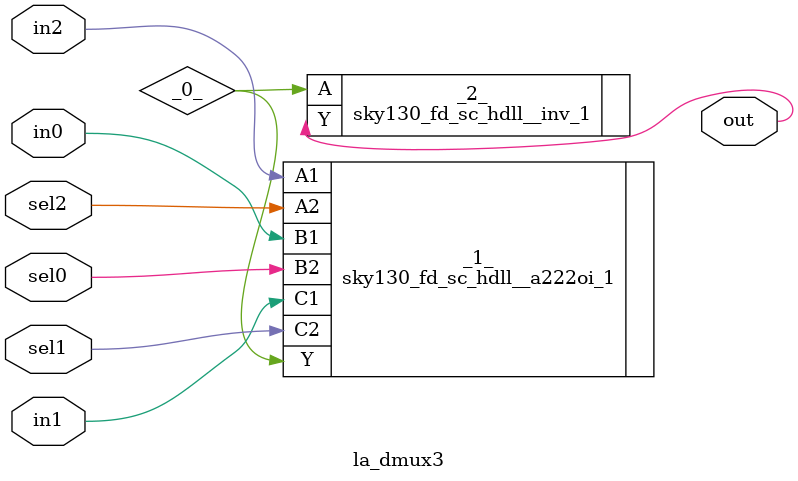
<source format=v>

/* Generated by Yosys 0.44 (git sha1 80ba43d26, g++ 11.4.0-1ubuntu1~22.04 -fPIC -O3) */

(* top =  1  *)
(* src = "generated" *)
module la_dmux3 (
    sel0,
    sel1,
    sel2,
    in0,
    in1,
    in2,
    out
);
  wire _0_;
  (* src = "generated" *)
  input in0;
  wire in0;
  (* src = "generated" *)
  input in1;
  wire in1;
  (* src = "generated" *)
  input in2;
  wire in2;
  (* src = "generated" *)
  output out;
  wire out;
  (* src = "generated" *)
  input sel0;
  wire sel0;
  (* src = "generated" *)
  input sel1;
  wire sel1;
  (* src = "generated" *)
  input sel2;
  wire sel2;
  sky130_fd_sc_hdll__a222oi_1 _1_ (
      .A1(in2),
      .A2(sel2),
      .B1(in0),
      .B2(sel0),
      .C1(in1),
      .C2(sel1),
      .Y (_0_)
  );
  sky130_fd_sc_hdll__inv_1 _2_ (
      .A(_0_),
      .Y(out)
  );
endmodule

</source>
